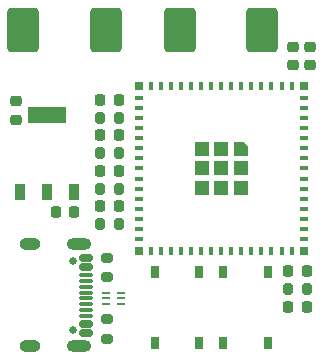
<source format=gbr>
%TF.GenerationSoftware,KiCad,Pcbnew,8.0.5*%
%TF.CreationDate,2025-02-04T19:21:07-06:00*%
%TF.ProjectId,Feather1268,46656174-6865-4723-9132-36382e6b6963,rev?*%
%TF.SameCoordinates,Original*%
%TF.FileFunction,Soldermask,Top*%
%TF.FilePolarity,Negative*%
%FSLAX46Y46*%
G04 Gerber Fmt 4.6, Leading zero omitted, Abs format (unit mm)*
G04 Created by KiCad (PCBNEW 8.0.5) date 2025-02-04 19:21:07*
%MOMM*%
%LPD*%
G01*
G04 APERTURE LIST*
G04 Aperture macros list*
%AMRoundRect*
0 Rectangle with rounded corners*
0 $1 Rounding radius*
0 $2 $3 $4 $5 $6 $7 $8 $9 X,Y pos of 4 corners*
0 Add a 4 corners polygon primitive as box body*
4,1,4,$2,$3,$4,$5,$6,$7,$8,$9,$2,$3,0*
0 Add four circle primitives for the rounded corners*
1,1,$1+$1,$2,$3*
1,1,$1+$1,$4,$5*
1,1,$1+$1,$6,$7*
1,1,$1+$1,$8,$9*
0 Add four rect primitives between the rounded corners*
20,1,$1+$1,$2,$3,$4,$5,0*
20,1,$1+$1,$4,$5,$6,$7,0*
20,1,$1+$1,$6,$7,$8,$9,0*
20,1,$1+$1,$8,$9,$2,$3,0*%
%AMOutline5P*
0 Free polygon, 5 corners , with rotation*
0 The origin of the aperture is its center*
0 number of corners: always 5*
0 $1 to $10 corner X, Y*
0 $11 Rotation angle, in degrees counterclockwise*
0 create outline with 5 corners*
4,1,5,$1,$2,$3,$4,$5,$6,$7,$8,$9,$10,$1,$2,$11*%
%AMOutline6P*
0 Free polygon, 6 corners , with rotation*
0 The origin of the aperture is its center*
0 number of corners: always 6*
0 $1 to $12 corner X, Y*
0 $13 Rotation angle, in degrees counterclockwise*
0 create outline with 6 corners*
4,1,6,$1,$2,$3,$4,$5,$6,$7,$8,$9,$10,$11,$12,$1,$2,$13*%
%AMOutline7P*
0 Free polygon, 7 corners , with rotation*
0 The origin of the aperture is its center*
0 number of corners: always 7*
0 $1 to $14 corner X, Y*
0 $15 Rotation angle, in degrees counterclockwise*
0 create outline with 7 corners*
4,1,7,$1,$2,$3,$4,$5,$6,$7,$8,$9,$10,$11,$12,$13,$14,$1,$2,$15*%
%AMOutline8P*
0 Free polygon, 8 corners , with rotation*
0 The origin of the aperture is its center*
0 number of corners: always 8*
0 $1 to $16 corner X, Y*
0 $17 Rotation angle, in degrees counterclockwise*
0 create outline with 8 corners*
4,1,8,$1,$2,$3,$4,$5,$6,$7,$8,$9,$10,$11,$12,$13,$14,$15,$16,$1,$2,$17*%
G04 Aperture macros list end*
%ADD10R,0.889000X1.473200*%
%ADD11R,3.200400X1.473200*%
%ADD12R,0.762000X0.990600*%
%ADD13RoundRect,0.062500X0.237500X0.062500X-0.237500X0.062500X-0.237500X-0.062500X0.237500X-0.062500X0*%
%ADD14R,0.400000X0.800000*%
%ADD15R,0.800000X0.400000*%
%ADD16Outline5P,-0.600000X0.204000X-0.204000X0.600000X0.600000X0.600000X0.600000X-0.600000X-0.600000X-0.600000X270.000000*%
%ADD17R,1.200000X1.200000*%
%ADD18R,0.800000X0.800000*%
%ADD19RoundRect,0.200000X-0.275000X0.200000X-0.275000X-0.200000X0.275000X-0.200000X0.275000X0.200000X0*%
%ADD20RoundRect,0.200000X0.275000X-0.200000X0.275000X0.200000X-0.275000X0.200000X-0.275000X-0.200000X0*%
%ADD21RoundRect,0.200000X0.200000X0.275000X-0.200000X0.275000X-0.200000X-0.275000X0.200000X-0.275000X0*%
%ADD22RoundRect,0.250000X1.082500X-1.595000X1.082500X1.595000X-1.082500X1.595000X-1.082500X-1.595000X0*%
%ADD23C,0.650000*%
%ADD24RoundRect,0.150000X-0.425000X0.150000X-0.425000X-0.150000X0.425000X-0.150000X0.425000X0.150000X0*%
%ADD25RoundRect,0.075000X-0.500000X0.075000X-0.500000X-0.075000X0.500000X-0.075000X0.500000X0.075000X0*%
%ADD26O,2.100000X1.000000*%
%ADD27O,1.800000X1.000000*%
%ADD28RoundRect,0.218750X-0.218750X-0.256250X0.218750X-0.256250X0.218750X0.256250X-0.218750X0.256250X0*%
%ADD29RoundRect,0.225000X0.225000X0.250000X-0.225000X0.250000X-0.225000X-0.250000X0.225000X-0.250000X0*%
%ADD30RoundRect,0.225000X0.250000X-0.225000X0.250000X0.225000X-0.250000X0.225000X-0.250000X-0.225000X0*%
%ADD31RoundRect,0.225000X-0.225000X-0.250000X0.225000X-0.250000X0.225000X0.250000X-0.225000X0.250000X0*%
%ADD32RoundRect,0.225000X-0.250000X0.225000X-0.250000X-0.225000X0.250000X-0.225000X0.250000X0.225000X0*%
G04 APERTURE END LIST*
D10*
%TO.C,U5*%
X118210000Y-43463900D03*
X120500000Y-43463900D03*
X122790000Y-43463900D03*
D11*
X120500000Y-36936100D03*
%TD*%
D12*
%TO.C,SW2*%
X129625000Y-56300002D03*
X129625000Y-50299998D03*
X133375000Y-56300002D03*
X133375000Y-50299998D03*
%TD*%
%TO.C,SW1*%
X135425000Y-56300002D03*
X135425000Y-50299998D03*
X139175000Y-56300002D03*
X139175000Y-50299998D03*
%TD*%
D13*
%TO.C,U3*%
X126800000Y-53000000D03*
X126800000Y-52500000D03*
X126800000Y-52000000D03*
X125500000Y-52000000D03*
X125500000Y-52500000D03*
X125500000Y-53000000D03*
%TD*%
D14*
%TO.C,U2*%
X141200000Y-34500000D03*
X140350000Y-34500000D03*
X139500000Y-34500000D03*
X138650000Y-34500000D03*
X137800000Y-34500000D03*
X136950000Y-34500000D03*
X136100000Y-34500000D03*
X135250000Y-34500000D03*
X134400000Y-34500000D03*
X133550000Y-34500000D03*
X132700000Y-34500000D03*
X131850000Y-34500000D03*
X131000000Y-34500000D03*
X130150000Y-34500000D03*
X129300000Y-34500000D03*
D15*
X128250000Y-35550000D03*
X128250000Y-36400000D03*
X128250000Y-37250000D03*
X128250000Y-38100000D03*
X128250000Y-38950000D03*
X128250000Y-39800000D03*
X128250000Y-40650000D03*
X128250000Y-41500000D03*
X128250000Y-42350000D03*
X128250000Y-43200000D03*
X128250000Y-44050000D03*
X128250000Y-44900000D03*
X128250000Y-45750000D03*
X128250000Y-46600000D03*
X128250000Y-47450000D03*
D14*
X129300000Y-48500000D03*
X130150000Y-48500000D03*
X131000000Y-48500000D03*
X131850000Y-48500000D03*
X132700000Y-48500000D03*
X133550000Y-48500000D03*
X134400000Y-48500000D03*
X135250000Y-48500000D03*
X136100000Y-48500000D03*
X136950000Y-48500000D03*
X137800000Y-48500000D03*
X138650000Y-48500000D03*
X139500000Y-48500000D03*
X140350000Y-48500000D03*
X141200000Y-48500000D03*
D15*
X142250000Y-47450000D03*
X142250000Y-46600000D03*
X142250000Y-45750000D03*
X142250000Y-44900000D03*
X142250000Y-44050000D03*
X142250000Y-43200000D03*
X142250000Y-42350000D03*
X142250000Y-41500000D03*
X142250000Y-40650000D03*
X142250000Y-39800000D03*
X142250000Y-38950000D03*
X142250000Y-38100000D03*
X142250000Y-37250000D03*
X142250000Y-36400000D03*
X142250000Y-35550000D03*
D16*
X136900000Y-39850000D03*
D17*
X135250000Y-39850000D03*
X133600000Y-39850000D03*
X136900000Y-41500000D03*
X135250000Y-41500000D03*
X133600000Y-41500000D03*
X136900000Y-43150000D03*
X135250000Y-43150000D03*
X133600000Y-43150000D03*
D18*
X142250000Y-34500000D03*
X128250000Y-34500000D03*
X128250000Y-48500000D03*
X142250000Y-48500000D03*
%TD*%
D19*
%TO.C,R8*%
X125600000Y-55925000D03*
X125600000Y-54275000D03*
%TD*%
D20*
%TO.C,R7*%
X125600000Y-49075000D03*
X125600000Y-50725000D03*
%TD*%
D21*
%TO.C,R6*%
X140875000Y-51700000D03*
X142525000Y-51700000D03*
%TD*%
%TO.C,R5*%
X126600000Y-46200000D03*
X124950000Y-46200000D03*
%TD*%
%TO.C,R4*%
X124950000Y-43200000D03*
X126600000Y-43200000D03*
%TD*%
%TO.C,R3*%
X126600000Y-40200000D03*
X124950000Y-40200000D03*
%TD*%
%TO.C,R2*%
X124950000Y-37200000D03*
X126600000Y-37200000D03*
%TD*%
D22*
%TO.C,J3*%
X125485000Y-29765000D03*
X118500000Y-29765000D03*
%TD*%
D23*
%TO.C,J2*%
X122715000Y-49360000D03*
X122715000Y-55140000D03*
D24*
X123790000Y-49050000D03*
X123790000Y-49850000D03*
D25*
X123790000Y-51000000D03*
X123790000Y-52000000D03*
X123790000Y-52500000D03*
X123790000Y-53500000D03*
D24*
X123790000Y-54650000D03*
X123790000Y-55450000D03*
X123790000Y-55450000D03*
X123790000Y-54650000D03*
D25*
X123790000Y-54000000D03*
X123790000Y-53000000D03*
X123790000Y-51500000D03*
X123790000Y-50500000D03*
D24*
X123790000Y-49850000D03*
X123790000Y-49050000D03*
D26*
X123215000Y-47930000D03*
D27*
X119035000Y-47930000D03*
D26*
X123215000Y-56570000D03*
D27*
X119035000Y-56570000D03*
%TD*%
D22*
%TO.C,J1*%
X131737500Y-29765000D03*
X138722500Y-29765000D03*
%TD*%
D28*
%TO.C,D4*%
X125007500Y-44700000D03*
X126582500Y-44700000D03*
%TD*%
%TO.C,D3*%
X125007500Y-41700000D03*
X126582500Y-41700000D03*
%TD*%
%TO.C,D2*%
X126582500Y-38700000D03*
X125007500Y-38700000D03*
%TD*%
%TO.C,D1*%
X126582500Y-35700000D03*
X125007500Y-35700000D03*
%TD*%
D29*
%TO.C,C10*%
X121225000Y-45200000D03*
X122775000Y-45200000D03*
%TD*%
D30*
%TO.C,C9*%
X117900000Y-37375000D03*
X117900000Y-35825000D03*
%TD*%
D31*
%TO.C,C7*%
X140925000Y-53200000D03*
X142475000Y-53200000D03*
%TD*%
%TO.C,C6*%
X140925000Y-50200000D03*
X142475000Y-50200000D03*
%TD*%
D32*
%TO.C,C5*%
X141300000Y-31225000D03*
X141300000Y-32775000D03*
%TD*%
%TO.C,C4*%
X142800000Y-31225000D03*
X142800000Y-32775000D03*
%TD*%
M02*

</source>
